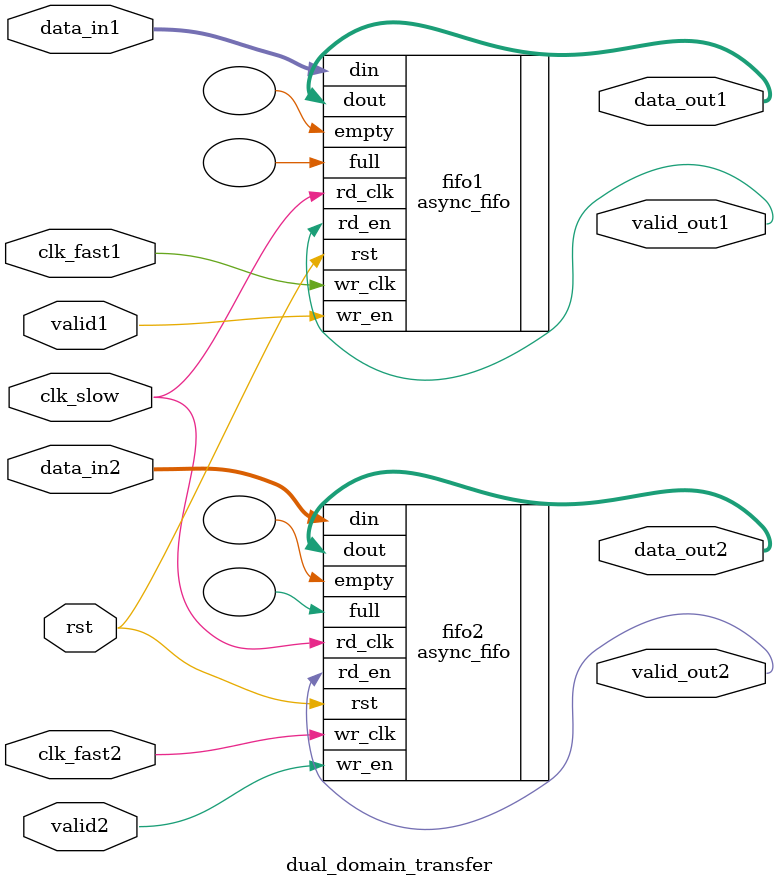
<source format=v>
`timescale 1ns/1ps

module dual_domain_transfer (
    input  wire clk_fast1,    // High freq clock domain 1
    input  wire clk_fast2,    // High freq clock domain 2
    input  wire clk_slow,     // Low freq clock domain
    input  wire rst,

    input  wire [7:0] data_in1,
    input  wire [7:0] data_in2,
    input  wire       valid1,
    input  wire       valid2,

    output wire [7:0] data_out1,
    output wire [7:0] data_out2,
    output wire       valid_out1,
    output wire       valid_out2
);

    // FIFO instance for domain 1
    async_fifo #(.WIDTH(8), .DEPTH(8)) fifo1 (
        .wr_clk(clk_fast1),
        .rd_clk(clk_slow),
        .rst(rst),
        .wr_en(valid1),
        .rd_en(valid_out1),
        .din(data_in1),
        .dout(data_out1),
        .empty(),
        .full()
    );

    // FIFO instance for domain 2
    async_fifo #(.WIDTH(8), .DEPTH(8)) fifo2 (
        .wr_clk(clk_fast2),
        .rd_clk(clk_slow),
        .rst(rst),
        .wr_en(valid2),
        .rd_en(valid_out2),
        .din(data_in2),
        .dout(data_out2),
        .empty(),
        .full()
    );

endmodule

</source>
